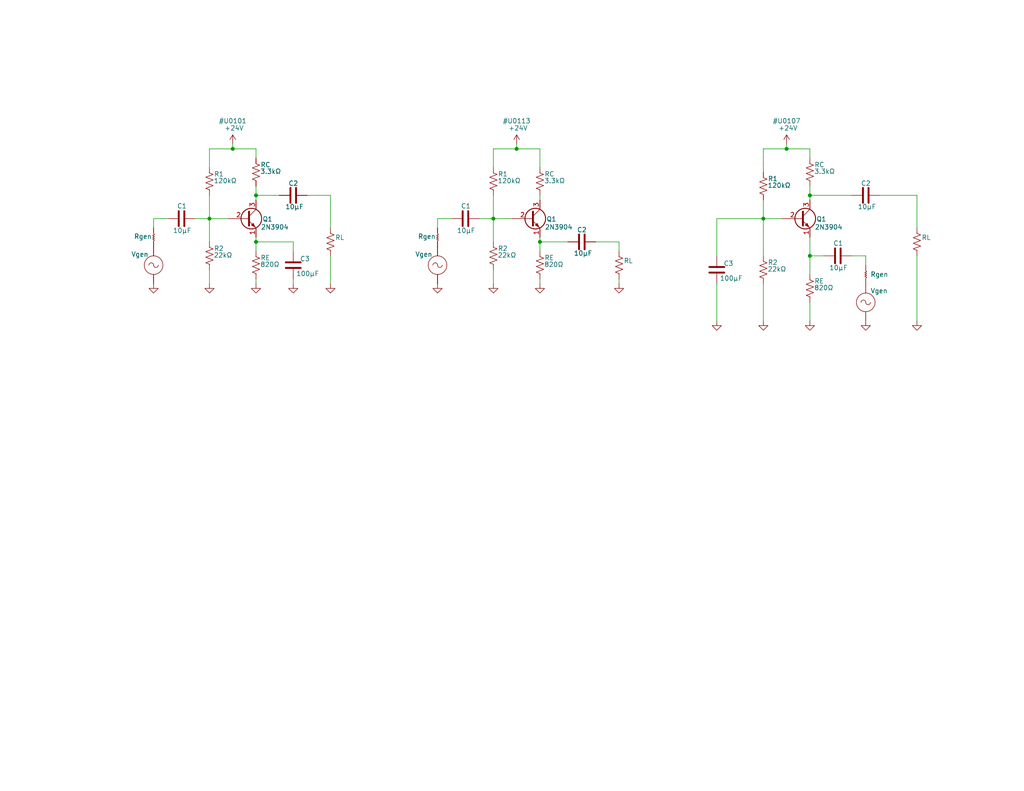
<source format=kicad_sch>
(kicad_sch (version 20211123) (generator eeschema)
  (paper "USLetter")
  (lib_symbols
    (symbol "S2020-rescue:+24V-power" (power) (pin_names (offset 0))
      (property "Value" "+24V-power" (at 0 3.556 0))
      (symbol "+24V-power_0_1"
        (polyline (pts (xy -0.762 1.27) (xy 0 2.54)))
        (polyline (pts (xy 0 0) (xy 0 2.54)))
        (polyline (pts (xy 0 2.54) (xy 0.762 1.27)))
      )
      (symbol "+24V-power_1_1"
        (pin power_in line (at 0 0 90) (length 0) hide (name "+24V") (number "1"))
      )
    )
    (symbol "S2020-rescue:2N3904-Transistor_BJT" (pin_names (offset 0) hide)
      (property "Reference" "Q" (at 5.08 1.905 0))
      (property "Value" "2N3904-Transistor_BJT" (at 5.08 0 0))
      (symbol "2N3904-Transistor_BJT_0_1"
        (polyline (pts (xy 0.635 0.635) (xy 2.54 2.54)))
        (polyline (pts (xy 0.635 -0.635) (xy 2.54 -2.54) (xy 2.54 -2.54)))
        (polyline (pts (xy 0.635 1.905) (xy 0.635 -1.905) (xy 0.635 -1.905)) (stroke (width 0.508)))
        (polyline (pts (xy 1.27 -1.778) (xy 1.778 -1.27) (xy 2.286 -2.286) (xy 1.27 -1.778) (xy 1.27 -1.778)) (fill (type outline)))
        (circle (center 1.27 0) (radius 2.8194) (stroke (width 0.254)))
      )
      (symbol "2N3904-Transistor_BJT_1_1"
        (pin passive line (at 2.54 -5.08 90) (length 2.54) (name "E") (number "1"))
        (pin passive line (at -5.08 0 0) (length 5.715) (name "B") (number "2"))
        (pin passive line (at 2.54 5.08 270) (length 2.54) (name "C") (number "3"))
      )
    )
    (symbol "S2020-rescue:C-Device" (pin_numbers hide) (pin_names (offset 0.254))
      (property "Reference" "C" (at 0.635 2.54 0))
      (property "Value" "C-Device" (at 0.635 -2.54 0))
      (symbol "C-Device_0_1"
        (polyline (pts (xy -2.032 -0.762) (xy 2.032 -0.762)) (stroke (width 0.508)))
        (polyline (pts (xy -2.032 0.762) (xy 2.032 0.762)) (stroke (width 0.508)))
      )
      (symbol "C-Device_1_1"
        (pin passive line (at 0 3.81 270) (length 2.794) (name "~") (number "1"))
        (pin passive line (at 0 -3.81 90) (length 2.794) (name "~") (number "2"))
      )
    )
    (symbol "S2020-rescue:GND-00TJR" (power) (pin_names (offset 0))
      (property "Value" "GND-00TJR" (at 0 -3.81 0))
      (symbol "GND-00TJR_0_1"
        (polyline (pts (xy 0 0) (xy 0 -1.27) (xy 1.27 -1.27) (xy 0 -2.54) (xy -1.27 -1.27) (xy 0 -1.27)))
      )
      (symbol "GND-00TJR_1_1"
        (pin power_in line (at 0 0 270) (length 0) hide (name "GND") (number "1"))
      )
    )
    (symbol "S2020-rescue:R_US-Device" (pin_numbers hide) (pin_names (offset 0))
      (property "Reference" "R" (at 2.54 0 90))
      (property "Value" "R_US-Device" (at -2.54 0 90))
      (symbol "R_US-Device_0_1"
        (polyline (pts (xy 0 -2.286) (xy 0 -2.54)))
        (polyline (pts (xy 0 2.286) (xy 0 2.54)))
        (polyline (pts (xy 0 -0.762) (xy 1.016 -1.143) (xy 0 -1.524) (xy -1.016 -1.905) (xy 0 -2.286)))
        (polyline (pts (xy 0 0.762) (xy 1.016 0.381) (xy 0 0) (xy -1.016 -0.381) (xy 0 -0.762)))
        (polyline (pts (xy 0 2.286) (xy 1.016 1.905) (xy 0 1.524) (xy -1.016 1.143) (xy 0 0.762)))
      )
      (symbol "R_US-Device_1_1"
        (pin passive line (at 0 3.81 270) (length 1.27) (name "~") (number "1"))
        (pin passive line (at 0 -3.81 90) (length 1.27) (name "~") (number "2"))
      )
    )
    (symbol "S2020-rescue:Rgen-00TJR" (pin_numbers hide) (pin_names (offset 0))
      (property "Reference" "R" (at -1.778 -0.508 0))
      (property "Value" "Rgen-00TJR" (at -2.54 1.524 0))
      (symbol "Rgen-00TJR_0_1"
        (polyline (pts (xy 0 -1.016) (xy 0 -1.397)))
        (polyline (pts (xy 0 1.016) (xy 0 1.27)))
        (polyline (pts (xy 0.254 0.762) (xy 0 1.016)))
        (polyline (pts (xy 0.254 0.762) (xy -0.254 0.508) (xy 0.254 0.254) (xy -0.254 0) (xy 0.254 -0.254) (xy -0.254 -0.508) (xy 0.254 -0.762) (xy 0 -1.016)))
      )
      (symbol "Rgen-00TJR_1_1"
        (pin passive line (at 0 2.54 270) (length 1.27) (name "~") (number "1"))
        (pin passive line (at 0 -2.54 90) (length 1.27) (name "~") (number "2"))
      )
    )
    (symbol "S2020-rescue:Vgen-00TJR" (pin_numbers hide) (pin_names (offset 0))
      (property "Reference" "G" (at -4.8768 1.3462 0))
      (property "Value" "Vgen-00TJR" (at -4.8514 3.429 0))
      (symbol "Vgen-00TJR_0_1"
        (arc (start 0 0) (mid -0.635 0.635) (end -1.27 0))
        (arc (start 0 0) (mid 0.635 -0.635) (end 1.27 0))
        (circle (center 0 0) (radius 2.54))
      )
      (symbol "Vgen-00TJR_1_1"
        (pin passive line (at 0 5.08 270) (length 2.54) (name "~") (number "1"))
        (pin passive line (at 0 -5.08 90) (length 2.54) (name "~") (number "2"))
      )
    )
  )
  (junction (at 69.85 53.34))
  (junction (at 57.15 59.69))
  (junction (at 214.63 40.64))
  (junction (at 208.28 59.69))
  (junction (at 220.98 53.34))
  (junction (at 134.62 59.69))
  (junction (at 140.97 40.64))
  (junction (at 69.85 66.04))
  (junction (at 63.5 40.64))
  (junction (at 220.98 69.85))
  (junction (at 147.32 66.04))
  (wire (pts (xy 134.62 53.34) (xy 134.62 59.69)))
  (wire (pts (xy 69.85 66.04) (xy 80.01 66.04)))
  (wire (pts (xy 63.5 39.37) (xy 63.5 40.64)))
  (wire (pts (xy 232.41 53.34) (xy 220.98 53.34)))
  (wire (pts (xy 119.38 59.69) (xy 119.38 62.23)))
  (wire (pts (xy 41.91 59.69) (xy 41.91 62.23)))
  (wire (pts (xy 76.2 53.34) (xy 69.85 53.34)))
  (wire (pts (xy 147.32 40.64) (xy 147.32 45.72)))
  (wire (pts (xy 69.85 53.34) (xy 69.85 54.61)))
  (wire (pts (xy 140.97 39.37) (xy 140.97 40.64)))
  (wire (pts (xy 208.28 77.47) (xy 208.28 87.63)))
  (wire (pts (xy 195.58 59.69) (xy 208.28 59.69)))
  (wire (pts (xy 134.62 73.66) (xy 134.62 77.47)))
  (wire (pts (xy 57.15 40.64) (xy 63.5 40.64)))
  (wire (pts (xy 57.15 45.72) (xy 57.15 40.64)))
  (wire (pts (xy 57.15 59.69) (xy 53.34 59.69)))
  (wire (pts (xy 57.15 59.69) (xy 62.23 59.69)))
  (wire (pts (xy 220.98 82.55) (xy 220.98 87.63)))
  (wire (pts (xy 220.98 64.77) (xy 220.98 69.85)))
  (wire (pts (xy 80.01 76.2) (xy 80.01 77.47)))
  (wire (pts (xy 147.32 64.77) (xy 147.32 66.04)))
  (wire (pts (xy 214.63 39.37) (xy 214.63 40.64)))
  (wire (pts (xy 69.85 64.77) (xy 69.85 66.04)))
  (wire (pts (xy 220.98 53.34) (xy 220.98 54.61)))
  (wire (pts (xy 90.17 69.85) (xy 90.17 77.47)))
  (wire (pts (xy 69.85 66.04) (xy 69.85 68.58)))
  (wire (pts (xy 154.94 66.04) (xy 147.32 66.04)))
  (wire (pts (xy 69.85 76.2) (xy 69.85 77.47)))
  (wire (pts (xy 232.41 69.85) (xy 236.22 69.85)))
  (wire (pts (xy 80.01 66.04) (xy 80.01 68.58)))
  (wire (pts (xy 220.98 50.8) (xy 220.98 53.34)))
  (wire (pts (xy 134.62 45.72) (xy 134.62 40.64)))
  (wire (pts (xy 220.98 40.64) (xy 220.98 43.18)))
  (wire (pts (xy 134.62 40.64) (xy 140.97 40.64)))
  (wire (pts (xy 208.28 54.61) (xy 208.28 59.69)))
  (wire (pts (xy 208.28 59.69) (xy 208.28 69.85)))
  (wire (pts (xy 250.19 53.34) (xy 250.19 62.23)))
  (wire (pts (xy 57.15 73.66) (xy 57.15 77.47)))
  (wire (pts (xy 134.62 59.69) (xy 139.7 59.69)))
  (wire (pts (xy 147.32 76.2) (xy 147.32 77.47)))
  (wire (pts (xy 240.03 53.34) (xy 250.19 53.34)))
  (wire (pts (xy 45.72 59.69) (xy 41.91 59.69)))
  (wire (pts (xy 123.19 59.69) (xy 119.38 59.69)))
  (wire (pts (xy 236.22 69.85) (xy 236.22 72.39)))
  (wire (pts (xy 57.15 53.34) (xy 57.15 59.69)))
  (wire (pts (xy 208.28 59.69) (xy 213.36 59.69)))
  (wire (pts (xy 134.62 59.69) (xy 130.81 59.69)))
  (wire (pts (xy 134.62 59.69) (xy 134.62 66.04)))
  (wire (pts (xy 83.82 53.34) (xy 90.17 53.34)))
  (wire (pts (xy 214.63 40.64) (xy 220.98 40.64)))
  (wire (pts (xy 195.58 59.69) (xy 195.58 69.85)))
  (wire (pts (xy 63.5 40.64) (xy 69.85 40.64)))
  (wire (pts (xy 69.85 40.64) (xy 69.85 43.18)))
  (wire (pts (xy 168.91 76.2) (xy 168.91 77.47)))
  (wire (pts (xy 57.15 59.69) (xy 57.15 66.04)))
  (wire (pts (xy 147.32 53.34) (xy 147.32 54.61)))
  (wire (pts (xy 162.56 66.04) (xy 168.91 66.04)))
  (wire (pts (xy 220.98 69.85) (xy 220.98 74.93)))
  (wire (pts (xy 195.58 77.47) (xy 195.58 87.63)))
  (wire (pts (xy 69.85 50.8) (xy 69.85 53.34)))
  (wire (pts (xy 140.97 40.64) (xy 147.32 40.64)))
  (wire (pts (xy 208.28 40.64) (xy 214.63 40.64)))
  (wire (pts (xy 90.17 53.34) (xy 90.17 62.23)))
  (wire (pts (xy 224.79 69.85) (xy 220.98 69.85)))
  (wire (pts (xy 208.28 46.99) (xy 208.28 40.64)))
  (wire (pts (xy 147.32 66.04) (xy 147.32 68.58)))
  (wire (pts (xy 168.91 66.04) (xy 168.91 68.58)))
  (wire (pts (xy 250.19 69.85) (xy 250.19 87.63)))
  (symbol (lib_id "S2020-rescue:R_US-Device") (at 69.85 46.99 0) (unit 1)
    (property "Reference" "RC" (at 71.0692 44.9834 0) (effects (justify left)))
    (property "Value" "3.3kΩ" (at 70.993 46.8122 0) (effects (justify left)))
  )
  (symbol (lib_id "S2020-rescue:2N3904-Transistor_BJT") (at 67.31 59.69 0) (unit 1)
    (property "Reference" "Q1" (at 71.6026 59.817 0) (effects (justify left)))
    (property "Value" "2N3904" (at 71.1708 62.0014 0) (effects (justify left)))
    (property "Footprint" "Package_TO_SOT_THT:TO-92_Inline" (effects hide))
    (property "Datasheet" "https://www.fairchildsemi.com/datasheets/2N/2N3904.pdf" (effects hide))
  )
  (symbol (lib_id "S2020-rescue:R_US-Device") (at 57.15 49.53 0) (unit 1)
    (property "Reference" "R1" (at 58.3692 47.5234 0) (effects (justify left)))
    (property "Value" "120kΩ" (at 58.293 49.3522 0) (effects (justify left)))
  )
  (symbol (lib_id "S2020-rescue:GND-00TJR") (at 69.85 77.47 0) (unit 1)
    (property "Value" "GND" (effects hide))
  )
  (symbol (lib_id "S2020-rescue:R_US-Device") (at 69.85 72.39 0) (unit 1)
    (property "Reference" "RE" (at 71.0692 70.3834 0) (effects (justify left)))
    (property "Value" "820Ω" (at 70.993 72.2122 0) (effects (justify left)))
  )
  (symbol (lib_id "S2020-rescue:R_US-Device") (at 57.15 69.85 0) (unit 1)
    (property "Reference" "R2" (at 58.3692 67.8434 0) (effects (justify left)))
    (property "Value" "22kΩ" (at 58.293 69.6722 0) (effects (justify left)))
  )
  (symbol (lib_id "S2020-rescue:+24V-power") (at 63.5 39.37 0) (unit 1)
    (property "Value" "+24V" (at 63.881 34.9758 0))
  )
  (symbol (lib_id "S2020-rescue:C-Device") (at 80.01 53.34 270) (unit 1)
    (property "Reference" "C2" (at 80.0354 50.0634 90))
    (property "Value" "10µF" (at 80.3402 56.4388 90))
  )
  (symbol (lib_id "S2020-rescue:Vgen-00TJR") (at 41.91 72.39 0) (unit 1)
    (property "Reference" "G?" (effects hide))
    (property "Value" "Vgen" (at 35.814 69.4436 0) (effects (justify left)))
  )
  (symbol (lib_id "S2020-rescue:Rgen-00TJR") (at 41.91 64.77 0) (unit 1)
    (property "Reference" "R?" (effects hide))
    (property "Value" "Rgen" (at 36.5506 64.5668 0) (effects (justify left)))
  )
  (symbol (lib_id "S2020-rescue:R_US-Device") (at 90.17 66.04 0) (unit 1)
    (property "Reference" "RL" (at 91.44 64.8462 0) (effects (justify left)))
    (property "Value" "680Ω" (effects hide))
  )
  (symbol (lib_id "S2020-rescue:GND-00TJR") (at 90.17 77.47 0) (unit 1)
    (property "Value" "GND" (effects hide))
  )
  (symbol (lib_id "S2020-rescue:GND-00TJR") (at 41.91 77.47 0) (unit 1)
    (property "Value" "GND" (effects hide))
  )
  (symbol (lib_id "S2020-rescue:C-Device") (at 49.53 59.69 270) (unit 1)
    (property "Reference" "C1" (at 49.6316 56.261 90))
    (property "Value" "10µF" (at 49.7078 62.9412 90))
  )
  (symbol (lib_id "S2020-rescue:GND-00TJR") (at 57.15 77.47 0) (unit 1)
    (property "Value" "GND" (effects hide))
  )
  (symbol (lib_id "S2020-rescue:C-Device") (at 80.01 72.39 180) (unit 1)
    (property "Reference" "C3" (at 83.2104 70.6628 0))
    (property "Value" "100µF" (at 83.947 74.7014 0))
  )
  (symbol (lib_id "S2020-rescue:GND-00TJR") (at 80.01 77.47 0) (unit 1)
    (property "Value" "GND" (effects hide))
  )
  (symbol (lib_id "S2020-rescue:R_US-Device") (at 147.32 49.53 0) (unit 1)
    (property "Reference" "RC" (at 148.5392 47.5234 0) (effects (justify left)))
    (property "Value" "3.3kΩ" (at 148.463 49.3522 0) (effects (justify left)))
  )
  (symbol (lib_id "S2020-rescue:R_US-Device") (at 134.62 49.53 0) (unit 1)
    (property "Reference" "R1" (at 135.8392 47.5234 0) (effects (justify left)))
    (property "Value" "120kΩ" (at 135.763 49.3522 0) (effects (justify left)))
  )
  (symbol (lib_id "S2020-rescue:GND-00TJR") (at 147.32 77.47 0) (unit 1)
    (property "Value" "GND" (effects hide))
  )
  (symbol (lib_id "S2020-rescue:R_US-Device") (at 147.32 72.39 0) (unit 1)
    (property "Reference" "RE" (at 148.5392 70.3834 0) (effects (justify left)))
    (property "Value" "820Ω" (at 148.463 72.2122 0) (effects (justify left)))
  )
  (symbol (lib_id "S2020-rescue:R_US-Device") (at 134.62 69.85 0) (unit 1)
    (property "Reference" "R2" (at 135.8392 67.8434 0) (effects (justify left)))
    (property "Value" "22kΩ" (at 135.763 69.6722 0) (effects (justify left)))
  )
  (symbol (lib_id "S2020-rescue:+24V-power") (at 140.97 39.37 0) (unit 1)
    (property "Value" "+24V" (at 141.351 34.9758 0))
  )
  (symbol (lib_id "S2020-rescue:C-Device") (at 158.75 66.04 270) (unit 1)
    (property "Reference" "C2" (at 158.7754 62.7634 90))
    (property "Value" "10µF" (at 159.0802 69.1388 90))
  )
  (symbol (lib_id "S2020-rescue:Vgen-00TJR") (at 119.38 72.39 0) (unit 1)
    (property "Reference" "G?" (effects hide))
    (property "Value" "Vgen" (at 113.284 69.4436 0) (effects (justify left)))
  )
  (symbol (lib_id "S2020-rescue:Rgen-00TJR") (at 119.38 64.77 0) (unit 1)
    (property "Reference" "R?" (effects hide))
    (property "Value" "Rgen" (at 114.0206 64.5668 0) (effects (justify left)))
  )
  (symbol (lib_id "S2020-rescue:R_US-Device") (at 168.91 72.39 0) (unit 1)
    (property "Reference" "RL" (at 170.18 71.1962 0) (effects (justify left)))
    (property "Value" "680Ω" (effects hide))
  )
  (symbol (lib_id "S2020-rescue:GND-00TJR") (at 168.91 77.47 0) (unit 1)
    (property "Value" "GND" (effects hide))
  )
  (symbol (lib_id "S2020-rescue:GND-00TJR") (at 119.38 77.47 0) (unit 1)
    (property "Value" "GND" (effects hide))
  )
  (symbol (lib_id "S2020-rescue:C-Device") (at 127 59.69 270) (unit 1)
    (property "Reference" "C1" (at 127.1016 56.261 90))
    (property "Value" "10µF" (at 127.1778 62.9412 90))
  )
  (symbol (lib_id "S2020-rescue:GND-00TJR") (at 134.62 77.47 0) (unit 1)
    (property "Value" "GND" (effects hide))
  )
  (symbol (lib_id "S2020-rescue:2N3904-Transistor_BJT") (at 144.78 59.69 0) (unit 1)
    (property "Reference" "Q1" (at 149.0726 59.817 0) (effects (justify left)))
    (property "Value" "2N3904" (at 148.6408 62.0014 0) (effects (justify left)))
    (property "Footprint" "Package_TO_SOT_THT:TO-92_Inline" (effects hide))
    (property "Datasheet" "https://www.fairchildsemi.com/datasheets/2N/2N3904.pdf" (effects hide))
  )
  (symbol (lib_id "S2020-rescue:R_US-Device") (at 220.98 46.99 0) (unit 1)
    (property "Reference" "RC" (at 222.1992 44.9834 0) (effects (justify left)))
    (property "Value" "3.3kΩ" (at 222.123 46.8122 0) (effects (justify left)))
  )
  (symbol (lib_id "S2020-rescue:R_US-Device") (at 208.28 50.8 0) (unit 1)
    (property "Reference" "R1" (at 209.4992 48.7934 0) (effects (justify left)))
    (property "Value" "120kΩ" (at 209.423 50.6222 0) (effects (justify left)))
  )
  (symbol (lib_id "S2020-rescue:GND-00TJR") (at 220.98 87.63 0) (unit 1)
    (property "Value" "GND" (effects hide))
  )
  (symbol (lib_id "S2020-rescue:R_US-Device") (at 220.98 78.74 0) (unit 1)
    (property "Reference" "RE" (at 222.1992 76.7334 0) (effects (justify left)))
    (property "Value" "820Ω" (at 222.123 78.5622 0) (effects (justify left)))
  )
  (symbol (lib_id "S2020-rescue:R_US-Device") (at 208.28 73.66 0) (unit 1)
    (property "Reference" "R2" (at 209.4992 71.6534 0) (effects (justify left)))
    (property "Value" "22kΩ" (at 209.423 73.4822 0) (effects (justify left)))
  )
  (symbol (lib_id "S2020-rescue:+24V-power") (at 214.63 39.37 0) (unit 1)
    (property "Value" "+24V" (at 215.011 34.9758 0))
  )
  (symbol (lib_id "S2020-rescue:C-Device") (at 236.22 53.34 270) (unit 1)
    (property "Reference" "C2" (at 236.2454 50.0634 90))
    (property "Value" "10µF" (at 236.5502 56.4388 90))
  )
  (symbol (lib_id "S2020-rescue:Vgen-00TJR") (at 236.22 82.55 0) (unit 1)
    (property "Reference" "G?" (effects hide))
    (property "Value" "Vgen" (at 237.5154 79.4258 0) (effects (justify left)))
  )
  (symbol (lib_id "S2020-rescue:Rgen-00TJR") (at 236.22 74.93 0) (unit 1)
    (property "Reference" "R?" (effects hide))
    (property "Value" "Rgen" (at 237.49 74.93 0) (effects (justify left)))
  )
  (symbol (lib_id "S2020-rescue:R_US-Device") (at 250.19 66.04 0) (unit 1)
    (property "Reference" "RL" (at 251.46 64.8462 0) (effects (justify left)))
    (property "Value" "680Ω" (effects hide))
  )
  (symbol (lib_id "S2020-rescue:GND-00TJR") (at 250.19 87.63 0) (unit 1)
    (property "Value" "GND" (effects hide))
  )
  (symbol (lib_id "S2020-rescue:GND-00TJR") (at 236.22 87.63 0) (unit 1)
    (property "Value" "GND" (effects hide))
  )
  (symbol (lib_id "S2020-rescue:C-Device") (at 228.6 69.85 270) (unit 1)
    (property "Reference" "C1" (at 228.7016 66.421 90))
    (property "Value" "10µF" (at 228.7778 73.1012 90))
  )
  (symbol (lib_id "S2020-rescue:GND-00TJR") (at 208.28 87.63 0) (unit 1)
    (property "Value" "GND" (effects hide))
  )
  (symbol (lib_id "S2020-rescue:2N3904-Transistor_BJT") (at 218.44 59.69 0) (unit 1)
    (property "Reference" "Q1" (at 222.7326 59.817 0) (effects (justify left)))
    (property "Value" "2N3904" (at 222.3008 62.0014 0) (effects (justify left)))
    (property "Footprint" "Package_TO_SOT_THT:TO-92_Inline" (effects hide))
    (property "Datasheet" "https://www.fairchildsemi.com/datasheets/2N/2N3904.pdf" (effects hide))
  )
  (symbol (lib_id "S2020-rescue:C-Device") (at 195.58 73.66 180) (unit 1)
    (property "Reference" "C3" (at 198.7804 71.9328 0))
    (property "Value" "100µF" (at 199.517 75.9714 0))
  )
  (symbol (lib_id "S2020-rescue:GND-00TJR") (at 195.58 87.63 0) (unit 1)
    (property "Value" "GND" (effects hide))
  )
)
</source>
